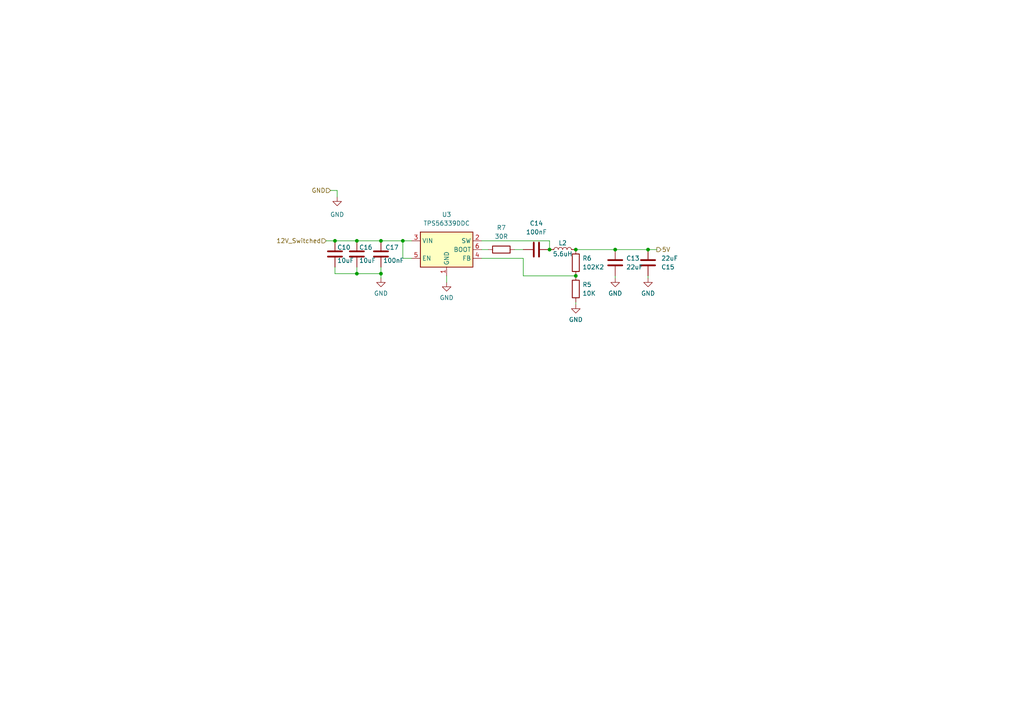
<source format=kicad_sch>
(kicad_sch (version 20230121) (generator eeschema)
  (paper "A4")
  (lib_symbols
    (symbol "Device:C" (pin_numbers hide) (pin_names (offset 0.254))
      (property "Reference" "C" (at 0.635 2.54 0))
      (property "Value" "C" (at 0.635 -2.54 0))
      (symbol "C_0_1"
        (polyline (pts (xy -2.032 -0.762) (xy 2.032 -0.762)) (stroke (width 0.508)))
        (polyline (pts (xy -2.032 0.762) (xy 2.032 0.762)) (stroke (width 0.508)))
      )
      (symbol "C_1_1"
        (pin passive line (at 0 3.81 270) (length 2.794) (name "~") (number "1"))
        (pin passive line (at 0 -3.81 90) (length 2.794) (name "~") (number "2"))
      )
    )
    (symbol "Device:L" (pin_numbers hide) (pin_names (offset 1.016) hide)
      (property "Reference" "L" (at -1.27 0 90))
      (property "Value" "L" (at 1.905 0 90))
      (symbol "L_0_1"
        (arc (start 0 -2.54) (mid 0.6323 -1.905) (end 0 -1.27))
        (arc (start 0 -1.27) (mid 0.6323 -0.635) (end 0 0))
        (arc (start 0 0) (mid 0.6323 0.635) (end 0 1.27))
        (arc (start 0 1.27) (mid 0.6323 1.905) (end 0 2.54))
      )
      (symbol "L_1_1"
        (pin passive line (at 0 3.81 270) (length 1.27) (name "1") (number "1"))
        (pin passive line (at 0 -3.81 90) (length 1.27) (name "2") (number "2"))
      )
    )
    (symbol "Device:R" (pin_numbers hide) (pin_names (offset 0))
      (property "Reference" "R" (at 2.032 0 90))
      (property "Value" "R" (at 0 0 90))
      (symbol "R_0_1"
        (rectangle (start -1.016 -2.54) (end 1.016 2.54) (stroke (width 0.254)))
      )
      (symbol "R_1_1"
        (pin passive line (at 0 3.81 270) (length 1.27) (name "~") (number "1"))
        (pin passive line (at 0 -3.81 90) (length 1.27) (name "~") (number "2"))
      )
    )
    (symbol "Regulator_Switching:TPS56339DDC"
      (property "Reference" "U" (at -7.62 6.35 0))
      (property "Value" "TPS56339DDC" (at -2.54 6.35 0))
      (symbol "TPS56339DDC_0_1"
        (rectangle (start -7.62 5.08) (end 7.62 -5.08) (stroke (width 0.254)) (fill (type background)))
      )
      (symbol "TPS56339DDC_1_1"
        (pin power_in line (at 0 -7.62 90) (length 2.54) (name "GND") (number "1"))
        (pin power_out line (at 10.16 2.54 180) (length 2.54) (name "SW") (number "2"))
        (pin power_in line (at -10.16 2.54 0) (length 2.54) (name "VIN") (number "3"))
        (pin input line (at 10.16 -2.54 180) (length 2.54) (name "FB") (number "4"))
        (pin input line (at -10.16 -2.54 0) (length 2.54) (name "EN") (number "5"))
        (pin passive line (at 10.16 0 180) (length 2.54) (name "BOOT") (number "6"))
      )
    )
    (symbol "power:GND" (power) (pin_names (offset 0))
      (property "Value" "GND" (at 0 -3.81 0))
      (symbol "GND_0_1"
        (polyline (pts (xy 0 0) (xy 0 -1.27) (xy 1.27 -1.27) (xy 0 -2.54) (xy -1.27 -1.27) (xy 0 -1.27)))
      )
      (symbol "GND_1_1"
        (pin power_in line (at 0 0 270) (length 0) hide (name "GND") (number "1"))
      )
    )
  )
  (junction (at 167.005 80.01))
  (junction (at 116.84 69.85))
  (junction (at 159.385 72.39))
  (junction (at 110.49 69.85))
  (junction (at 167.005 72.39))
  (junction (at 97.155 69.85))
  (junction (at 103.505 69.85))
  (junction (at 110.49 79.375))
  (junction (at 187.96 72.39))
  (junction (at 103.505 79.375))
  (junction (at 178.435 72.39))
  (wire (pts (xy 119.38 74.93) (xy 116.84 74.93)))
  (wire (pts (xy 178.435 80.645) (xy 178.435 80.01)))
  (wire (pts (xy 94.615 69.85) (xy 97.155 69.85)))
  (wire (pts (xy 110.49 79.375) (xy 110.49 77.47)))
  (wire (pts (xy 103.505 69.85) (xy 110.49 69.85)))
  (wire (pts (xy 167.005 88.265) (xy 167.005 87.63)))
  (wire (pts (xy 187.96 80.645) (xy 187.96 80.01)))
  (wire (pts (xy 116.84 69.85) (xy 116.84 74.93)))
  (wire (pts (xy 187.96 72.39) (xy 190.5 72.39)))
  (wire (pts (xy 139.7 74.93) (xy 151.765 74.93)))
  (wire (pts (xy 103.505 79.375) (xy 103.505 77.47)))
  (wire (pts (xy 167.005 72.39) (xy 178.435 72.39)))
  (wire (pts (xy 97.155 69.85) (xy 103.505 69.85)))
  (wire (pts (xy 139.7 72.39) (xy 141.605 72.39)))
  (wire (pts (xy 110.49 69.85) (xy 116.84 69.85)))
  (wire (pts (xy 116.84 69.85) (xy 119.38 69.85)))
  (wire (pts (xy 139.7 69.85) (xy 159.385 69.85)))
  (wire (pts (xy 151.765 80.01) (xy 167.005 80.01)))
  (wire (pts (xy 97.79 57.15) (xy 97.79 55.245)))
  (wire (pts (xy 129.54 81.915) (xy 129.54 80.01)))
  (wire (pts (xy 97.155 79.375) (xy 103.505 79.375)))
  (wire (pts (xy 159.385 69.85) (xy 159.385 72.39)))
  (wire (pts (xy 103.505 79.375) (xy 110.49 79.375)))
  (wire (pts (xy 97.79 55.245) (xy 95.885 55.245)))
  (wire (pts (xy 178.435 72.39) (xy 187.96 72.39)))
  (wire (pts (xy 110.49 80.645) (xy 110.49 79.375)))
  (wire (pts (xy 151.765 74.93) (xy 151.765 80.01)))
  (wire (pts (xy 97.155 79.375) (xy 97.155 77.47)))
  (wire (pts (xy 149.225 72.39) (xy 151.765 72.39)))
  (hierarchical_label "GND" (shape input) (at 95.885 55.245 180))
  (hierarchical_label "12V_Switched" (shape input) (at 94.615 69.85 180))
  (hierarchical_label "5V" (shape output) (at 190.5 72.39 0))
  (symbol (lib_id "Device:L") (at 163.195 72.39 90) (unit 1)
    (property "Reference" "L2" (at 163.195 70.485 90))
    (property "Value" "5.6uH" (at 163.195 73.66 90))
    (property "Footprint" "Inductor_SMD:L_6.3x6.3_H3" (effects hide))
  )
  (symbol (lib_id "power:GND") (at 187.96 80.645 0) (unit 1)
    (property "Reference" "#PWR032" (effects hide))
    (property "Value" "GND" (at 187.96 85.09 0))
  )
  (symbol (lib_id "Device:C") (at 97.155 73.66 0) (unit 1)
    (property "Reference" "C10" (at 97.79 71.755 0) (effects (justify left)))
    (property "Value" "10uF" (at 97.79 75.565 0) (effects (justify left)))
    (property "Footprint" "Capacitor_SMD:C_0603_1608Metric" (effects hide))
  )
  (symbol (lib_id "Device:C") (at 178.435 76.2 0) (unit 1)
    (property "Reference" "C13" (at 181.61 74.93 0) (effects (justify left)))
    (property "Value" "22uF" (at 181.61 77.47 0) (effects (justify left)))
    (property "Footprint" "Capacitor_SMD:C_0603_1608Metric" (effects hide))
  )
  (symbol (lib_id "power:GND") (at 178.435 80.645 0) (unit 1)
    (property "Reference" "#PWR030" (effects hide))
    (property "Value" "GND" (at 178.435 85.09 0))
  )
  (symbol (lib_id "Device:R") (at 145.415 72.39 90) (unit 1)
    (property "Reference" "R7" (at 145.415 66.04 90))
    (property "Value" "30R" (at 145.415 68.58 90))
    (property "Footprint" "Resistor_SMD:R_0201_0603Metric" (effects hide))
  )
  (symbol (lib_id "Device:C") (at 110.49 73.66 0) (unit 1)
    (property "Reference" "C17" (at 111.76 71.755 0) (effects (justify left)))
    (property "Value" "100nF" (at 111.125 75.565 0) (effects (justify left)))
    (property "Footprint" "Capacitor_SMD:C_0402_1005Metric" (effects hide))
  )
  (symbol (lib_id "Device:R") (at 167.005 83.82 0) (unit 1)
    (property "Reference" "R5" (at 168.91 82.55 0) (effects (justify left)))
    (property "Value" "10K" (at 168.91 85.09 0) (effects (justify left)))
    (property "Footprint" "Resistor_SMD:R_0402_1005Metric" (effects hide))
  )
  (symbol (lib_id "Device:C") (at 103.505 73.66 0) (unit 1)
    (property "Reference" "C16" (at 104.14 71.755 0) (effects (justify left)))
    (property "Value" "10uF" (at 104.14 75.565 0) (effects (justify left)))
    (property "Footprint" "Capacitor_SMD:C_0603_1608Metric" (effects hide))
  )
  (symbol (lib_id "Device:R") (at 167.005 76.2 0) (unit 1)
    (property "Reference" "R6" (at 168.91 74.93 0) (effects (justify left)))
    (property "Value" "102K2" (at 168.91 77.47 0) (effects (justify left)))
    (property "Footprint" "Resistor_SMD:R_0612_1632Metric" (effects hide))
  )
  (symbol (lib_id "power:GND") (at 167.005 88.265 0) (unit 1)
    (property "Reference" "#PWR029" (effects hide))
    (property "Value" "GND" (at 167.005 92.71 0))
  )
  (symbol (lib_id "power:GND") (at 110.49 80.645 0) (unit 1)
    (property "Reference" "#PWR028" (effects hide))
    (property "Value" "GND" (at 110.49 85.09 0))
  )
  (symbol (lib_id "Device:C") (at 155.575 72.39 90) (unit 1)
    (property "Reference" "C14" (at 155.575 64.77 90))
    (property "Value" "100nF" (at 155.575 67.31 90))
    (property "Footprint" "Capacitor_SMD:C_0402_1005Metric" (effects hide))
  )
  (symbol (lib_id "power:GND") (at 129.54 81.915 0) (unit 1)
    (property "Reference" "#PWR027" (effects hide))
    (property "Value" "GND" (at 129.54 86.36 0))
  )
  (symbol (lib_id "power:GND") (at 97.79 57.15 0) (unit 1)
    (property "Reference" "#PWR068" (effects hide))
    (property "Value" "GND" (at 97.79 62.23 0))
  )
  (symbol (lib_id "Regulator_Switching:TPS56339DDC") (at 129.54 72.39 0) (unit 1)
    (property "Reference" "U3" (at 129.54 62.23 0))
    (property "Value" "TPS56339DDC" (at 129.54 64.77 0))
    (property "Footprint" "Package_TO_SOT_SMD:SOT-23-6" (effects hide))
    (property "Datasheet" "https://www.ti.com/lit/ds/symlink/tps56339.pdf" (effects hide))
  )
  (symbol (lib_id "Device:C") (at 187.96 76.2 0) (mirror x) (unit 1)
    (property "Reference" "C15" (at 191.77 77.47 0) (effects (justify left)))
    (property "Value" "22uF" (at 191.77 74.93 0) (effects (justify left)))
    (property "Footprint" "Capacitor_SMD:C_0603_1608Metric" (effects hide))
  )
)
</source>
